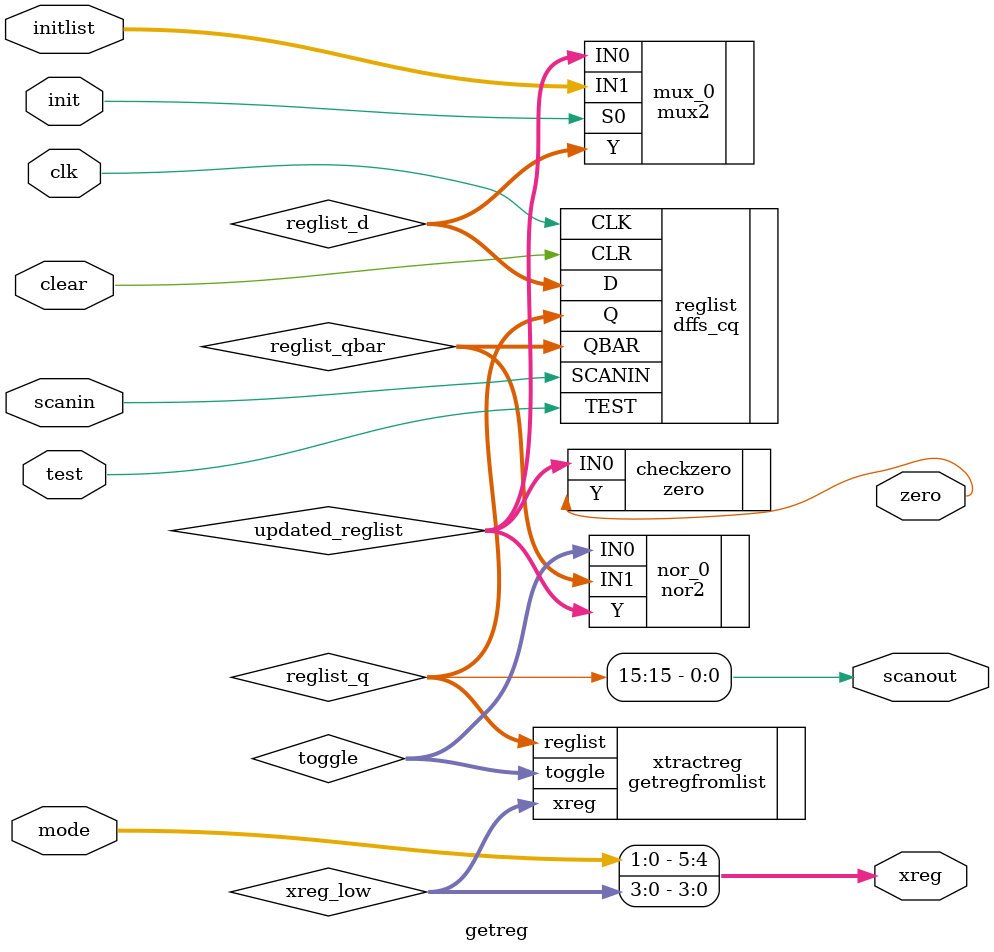
<source format=v>

`define imptype 1
`define dptype 1
`define stdcelltype 0
`define group_getreg 	"group_count"



module getreg(	clk, clear, test, scanin, scanout,
			init, initlist, mode, xreg, zero);

  input		clk;
  input		clear;
  input		test;	
  input		scanin;	
  output		scanout;
  input		init;
  input [15:0]	initlist;
  input [1:0]	mode;

  output [5:0]	xreg;
  output	zero;

  wire	[15:0]	toggle;
  wire	[15:0]	updated_reglist;
  wire	[15:0]	reglist_d;
  wire	[15:0]	reglist_q;
  wire	[15:0]	reglist_qbar;
  wire	[3:0]	xreg_low;
  
  assign	xreg = {mode, xreg_low};
  assign  scanout = reglist_q[15];

  getregfromlist xtractreg( 	.reglist(reglist_q), 
				.xreg(xreg_low), 
				.toggle(toggle));
  

  zero #(16, `dptype, `group_getreg)
	checkzero( .IN0(updated_reglist), .Y(zero));

  nor2 #(16, `dptype, `group_getreg)
	nor_0( .IN0(toggle), .IN1( reglist_qbar), .Y( updated_reglist)); 

  mux2 #(16, `dptype, `group_getreg)
	mux_0( .IN0(updated_reglist), .IN1(initlist), 
		.S0(init), .Y(reglist_d));  

  dffs_cq #(16, `dptype, `group_getreg)
	reglist( .CLK(clk), .CLR(clear), .TEST(test), .SCANIN(scanin),
		.D(reglist_d), .Q(reglist_q), .QBAR(reglist_qbar));

endmodule




</source>
